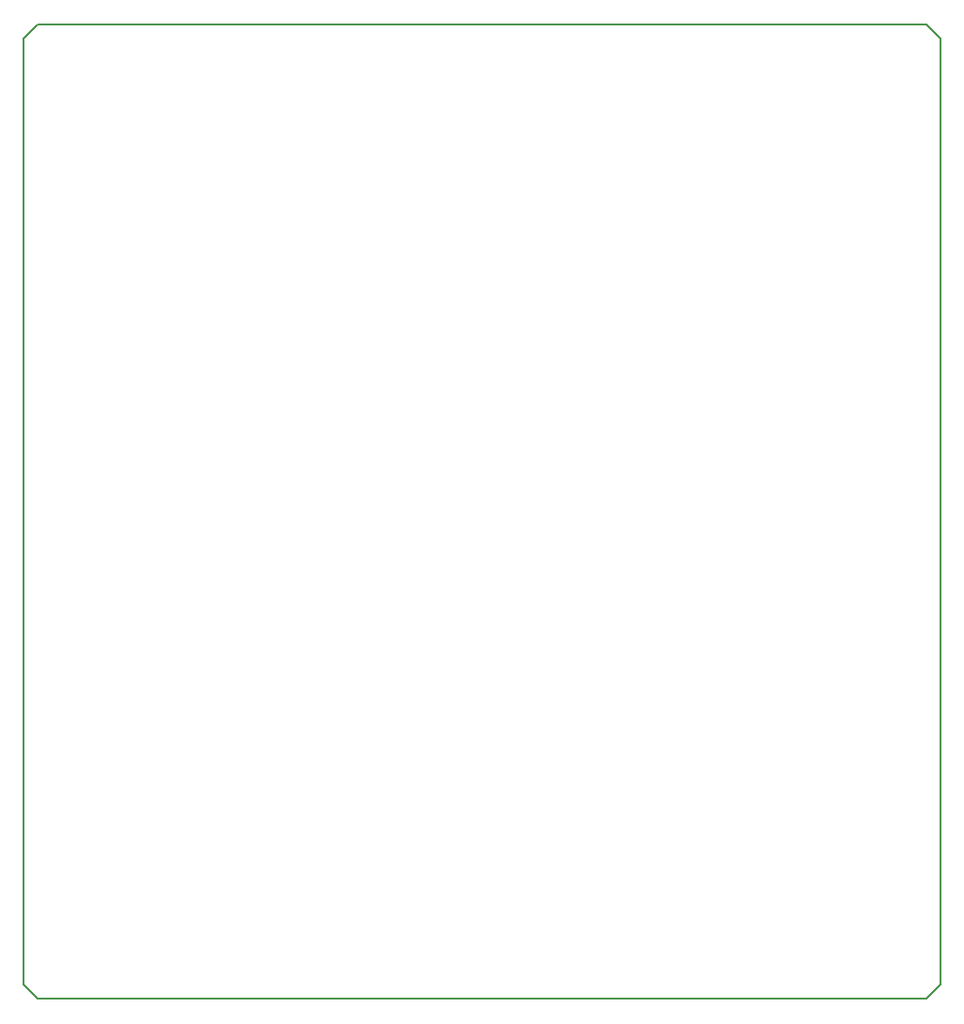
<source format=gm1>
G04 #@! TF.FileFunction,Profile,NP*
%FSLAX46Y46*%
G04 Gerber Fmt 4.6, Leading zero omitted, Abs format (unit mm)*
G04 Created by KiCad (PCBNEW 4.0.2-stable) date 12/4/2016 4:24:35 PM*
%MOMM*%
G01*
G04 APERTURE LIST*
%ADD10C,0.100000*%
%ADD11C,0.150000*%
G04 APERTURE END LIST*
D10*
D11*
X173990000Y-48260000D02*
X93980000Y-48260000D01*
X175260000Y-49530000D02*
X173990000Y-48260000D01*
X175260000Y-134620000D02*
X175260000Y-49530000D01*
X173990000Y-135890000D02*
X175260000Y-134620000D01*
X93980000Y-135890000D02*
X173990000Y-135890000D01*
X92710000Y-134620000D02*
X93980000Y-135890000D01*
X92710000Y-49530000D02*
X92710000Y-134620000D01*
X93980000Y-48260000D02*
X92710000Y-49530000D01*
M02*

</source>
